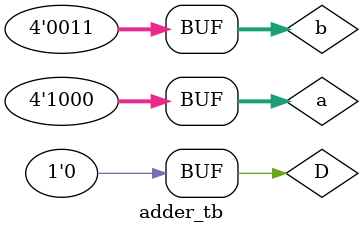
<source format=v>
`timescale 1ns / 1ps


module adder_tb;
    reg [3:0] a, b;
    reg D;
    wire [3:0] s;
    wire cout;
    
adder_4bit uut(.A(a), .B(b), .Cout(cout), .S(s), .d(D));
    initial
        begin
            a=4'b1000; b=4'b0011; D=1'b1;
            # 100 a=4'b1000; b=4'b1011; D=1'b1;
            # 100 a=4'b1010; b=4'b0111; D=1'b1;
            # 100 a=4'b1100; b=4'b1111; D=1'b0;
            # 100 a=4'b1110; b=4'b1011; D=1'b0;
            # 100 a=4'b1000; b=4'b0011; D=1'b0;
            
        end    
    
endmodule

</source>
